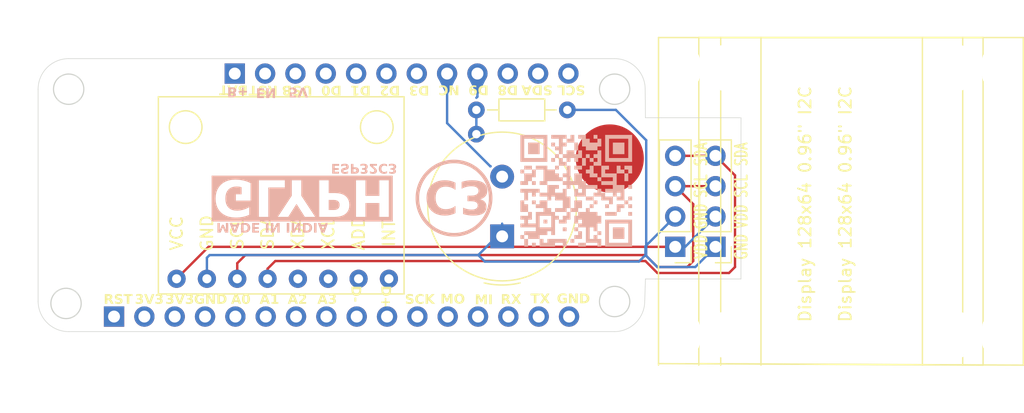
<source format=kicad_pcb>
(kicad_pcb (version 20241229) (generator "pcbnew") (generator_version "9.0")
  (layers (0 "F.Cu" signal) (2 "B.Cu" signal) (13 "F.Paste" user) (15 "B.Paste" user) (5 "F.SilkS" user "F.Silkscreen") (7 "B.SilkS" user "B.Silkscreen") (1 "F.Mask" user) (3 "B.Mask" user) (25 "Edge.Cuts" user))
  (net 0 "")
  (net 11 "unconnected-(J2-Pin_8-Pad8)")
  (net 18 "unconnected-(J2-Pin_9-Pad9)")
  (footprint "Connector_PinSocket_2.54mm:PinSocket_1x16_P2.54mm_Vertical" (layer "F.Cu") (at 150 102.65 90)
    (property "Reference" "J4" (hide yes))
    (property "Value" "Conn_01x16")
    (pad "1" thru_hole rect (at 0 0 90) (size 1.7 1.7) (drill 1) (layers "*.Cu" "*.Mask"))
    (pad "2" thru_hole oval (at 0 2.54 90) (size 1.7 1.7) (drill 1) (layers "*.Cu" "*.Mask"))
    (pad "3" thru_hole oval (at 0 5.08 90) (size 1.7 1.7) (drill 1) (layers "*.Cu" "*.Mask"))
    (pad "4" thru_hole oval (at 0 7.62 90) (size 1.7 1.7) (drill 1) (layers "*.Cu" "*.Mask"))
    (pad "5" thru_hole oval (at 0 10.16 90) (size 1.7 1.7) (drill 1) (layers "*.Cu" "*.Mask"))
    (pad "6" thru_hole oval (at 0 12.7 90) (size 1.7 1.7) (drill 1) (layers "*.Cu" "*.Mask"))
    (pad "7" thru_hole oval (at 0 15.24 90) (size 1.7 1.7) (drill 1) (layers "*.Cu" "*.Mask"))
    (pad "8" thru_hole oval (at 0 17.78 90) (size 1.7 1.7) (drill 1) (layers "*.Cu" "*.Mask"))
    (pad "9" thru_hole oval (at 0 20.32 90) (size 1.7 1.7) (drill 1) (layers "*.Cu" "*.Mask"))
    (pad "10" thru_hole oval (at 0 22.86 90) (size 1.7 1.7) (drill 1) (layers "*.Cu" "*.Mask"))
    (pad "11" thru_hole oval (at 0 25.4 90) (size 1.7 1.7) (drill 1) (layers "*.Cu" "*.Mask"))
    (pad "12" thru_hole oval (at 0 27.94 90) (size 1.7 1.7) (drill 1) (layers "*.Cu" "*.Mask"))
    (pad "13" thru_hole oval (at 0 30.48 90) (size 1.7 1.7) (drill 1) (layers "*.Cu" "*.Mask"))
    (pad "14" thru_hole oval (at 0 33.02 90) (size 1.7 1.7) (drill 1) (layers "*.Cu" "*.Mask"))
    (pad "15" thru_hole oval (at 0 35.56 90) (size 1.7 1.7) (drill 1) (layers "*.Cu" "*.Mask"))
    (pad "16" thru_hole oval (at 0 38.1 90) (size 1.7 1.7) (drill 1) (layers "*.Cu" "*.Mask"))
  )
  (footprint "TG9541:Display_128x64_096_I2C" (layer "F.Cu") (at 200.365 93 90)
    (property "Reference" "Display 128x64 0.96\" I2C" (at -0.2286 10.8712 90) (layer "F.SilkS"))
    (property "Value" "Display_128x64")
    (fp_line (start -13.716 -1.397) (end 13.716 -1.397) (stroke (width 0.12)) (layer "F.SilkS"))
    (fp_line (start -2.54 -1.33) (end 5.14 -1.33) (stroke (width 0.12)) (layer "F.SilkS"))
    (fp_line (start 5.14 1.33) (end 5.14 -1.33) (stroke (width 0.12)) (layer "F.SilkS"))
    (fp_line (start -2.54 1.33) (end -2.54 -1.33) (stroke (width 0.12)) (layer "F.SilkS"))
    (fp_line (start -2.54 1.33) (end 5.14 1.33) (stroke (width 0.12)) (layer "F.SilkS"))
    (fp_line (start -3.81 1.33) (end -5.14 1.33) (stroke (width 0.12)) (layer "F.SilkS"))
    (fp_line (start -5.14 1.33) (end -5.14 0) (stroke (width 0.12)) (layer "F.SilkS"))
    (fp_line (start -13.716 3.81) (end 13.716 3.81) (stroke (width 0.12)) (layer "F.SilkS"))
    (fp_line (start -13.716 20.701) (end 13.716 20.701) (stroke (width 0.12)) (layer "F.SilkS"))
    (fp_line (start 13.716 25.781) (end 13.716 -1.397) (stroke (width 0.12)) (layer "F.SilkS"))
    (fp_line (start 13.716 25.781) (end -13.716 25.781) (stroke (width 0.12)) (layer "F.SilkS"))
    (fp_line (start -13.716 25.781) (end -13.589 -1.397) (stroke (width 0.12)) (layer "F.SilkS"))
    (fp_text user "VDD" (at -1.27 2.159 90) (layer "F.SilkS") (effects (font (size 1 0.7))))
    (fp_text user "SCL" (at 1.27 2.159 90) (layer "F.SilkS") (effects (font (size 1 0.7))))
    (fp_text user "SDA" (at 3.937 2.159 90) (layer "F.SilkS") (effects (font (size 1 0.7))))
    (fp_text user "GND" (at -3.81 2.159 90) (layer "F.SilkS") (effects (font (size 1 0.7))))
    (pad "" np_thru_hole oval (at -11.176 0.635 90) (size 3.8 2.9) (drill oval 3.8 2.9) (layers "*.Cu" "*.Mask"))
    (pad "" np_thru_hole oval (at -11.176 23.749 90) (size 3.8 2.9) (drill oval 3.8 2.9) (layers "*.Cu" "*.Mask"))
    (pad "" np_thru_hole oval (at 11.176 0.635 90) (size 3.8 2.9) (drill oval 3.8 2.9) (layers "*.Cu" "*.Mask"))
    (pad "" np_thru_hole oval (at 11.176 23.749 90) (size 3.8 2.9) (drill oval 3.8 2.9) (layers "*.Cu" "*.Mask"))
    (pad "1" thru_hole rect (at -3.81 0 180) (size 1.7 1.7) (drill 1) (layers "*.Cu" "*.Mask"))
    (pad "2" thru_hole oval (at -1.27 0 180) (size 1.7 1.7) (drill 1) (layers "*.Cu" "*.Mask"))
    (pad "3" thru_hole oval (at 1.27 0 180) (size 1.7 1.7) (drill 1) (layers "*.Cu" "*.Mask"))
    (pad "4" thru_hole oval (at 3.81 0 180) (size 1.7 1.7) (drill 1) (layers "*.Cu" "*.Mask"))
  )
  (footprint "Buzzer_Beeper:Buzzer_TDK_PS1240P02BT_D12.2mm_H6.5mm" (layer "F.Cu") (at 182.5 95.932 90)
    (property "Reference" "REF**" (hide yes))
    (property "Value" "Buzzer_TDK_PS1240P02BT_D12.2mm_H6.5mm")
    (fp_arc (start -3.9 1.499999) (mid -4.073431 0) (end -3.9 -1.5) (stroke (width 0.12)) (layer "F.SilkS"))
    (fp_circle (center 2.5 0) (end 8.73 0) (stroke (width 0.12)) (fill no) (layer "F.SilkS"))
    (pad "1" thru_hole rect (at 0 0 90) (size 2 2) (drill 1) (layers "*.Cu" "*.Mask"))
    (pad "2" thru_hole circle (at 5 0 90) (size 2 2) (drill 1) (layers "*.Cu" "*.Mask"))
  )
  (footprint "usini_sensors:module_mpu6050" (layer "F.Cu") (at 173.017 99.484993 90)
    (property "Reference" "REF**" (hide yes))
    (property "Value" "module_mpu6050" (hide yes))
    (fp_line (start 15.24 -19.304) (end 15.24 1.27) (stroke (width 0.12)) (layer "F.SilkS"))
    (fp_line (start -1.27 -19.304) (end 15.24 -19.304) (stroke (width 0.12)) (layer "F.SilkS"))
    (fp_line (start 15.24 1.27) (end -1.27 1.27) (stroke (width 0.12)) (layer "F.SilkS"))
    (fp_line (start -1.27 1.27) (end -1.27 -19.304) (stroke (width 0.12)) (layer "F.SilkS"))
    (fp_circle (center 12.7 -17.018) (end 13.208 -15.748) (stroke (width 0.12)) (fill no) (layer "F.SilkS"))
    (fp_circle (center 12.7 -1.016) (end 13.208 0.254) (stroke (width 0.12)) (fill no) (layer "F.SilkS"))
    (fp_text user "INT" (at 3.81 0 90) (layer "F.SilkS"))
    (fp_text user "SDA" (at 3.81 -10.16 90) (layer "F.SilkS"))
    (fp_text user "GND" (at 3.81 -15.24 90) (layer "F.SilkS"))
    (fp_text user "XDA" (at 3.81 -7.62 90) (layer "F.SilkS"))
    (fp_text user "XCL" (at 3.81 -5.08 90) (layer "F.SilkS"))
    (fp_text user "ADD" (at 3.81 -2.54 90) (layer "F.SilkS"))
    (fp_text user "VCC" (at 3.81 -17.78 90) (layer "F.SilkS"))
    (fp_text user "SCL" (at 3.81 -12.7 90) (layer "F.SilkS"))
    (pad "1" thru_hole circle (at 0 -17.78 90) (size 1.524 1.524) (drill 0.762) (layers "*.Cu" "*.Mask"))
    (pad "2" thru_hole circle (at 0 -15.24 90) (size 1.524 1.524) (drill 0.762) (layers "*.Cu" "*.Mask"))
    (pad "3" thru_hole circle (at 0 -12.7 90) (size 1.524 1.524) (drill 0.762) (layers "*.Cu" "*.Mask"))
    (pad "4" thru_hole circle (at 0 -10.16 90) (size 1.524 1.524) (drill 0.762) (layers "*.Cu" "*.Mask"))
    (pad "5" thru_hole circle (at 0 -7.62 90) (size 1.524 1.524) (drill 0.762) (layers "*.Cu" "*.Mask"))
    (pad "6" thru_hole circle (at 0 -5.08 90) (size 1.524 1.524) (drill 0.762) (layers "*.Cu" "*.Mask"))
    (pad "7" thru_hole circle (at 0 -2.54 90) (size 1.524 1.524) (drill 0.762) (layers "*.Cu" "*.Mask"))
    (pad "8" thru_hole circle (at 0 0 90) (size 1.524 1.524) (drill 0.762) (layers "*.Cu" "*.Mask"))
  )
  (footprint "TG9541:Display_128x64_096_I2C" (layer "F.Cu") (at 196.992 93 90)
    (property "Reference" "Display 128x64 0.96\" I2C" (at -0.2286 10.8712 90) (layer "F.SilkS"))
    (property "Value" "Display_128x64")
    (fp_line (start -13.716 -1.397) (end 13.716 -1.397) (stroke (width 0.12)) (layer "F.SilkS"))
    (fp_line (start -2.54 -1.33) (end 5.14 -1.33) (stroke (width 0.12)) (layer "F.SilkS"))
    (fp_line (start 5.14 1.33) (end 5.14 -1.33) (stroke (width 0.12)) (layer "F.SilkS"))
    (fp_line (start -2.54 1.33) (end -2.54 -1.33) (stroke (width 0.12)) (layer "F.SilkS"))
    (fp_line (start -2.54 1.33) (end 5.14 1.33) (stroke (width 0.12)) (layer "F.SilkS"))
    (fp_line (start -3.81 1.33) (end -5.14 1.33) (stroke (width 0.12)) (layer "F.SilkS"))
    (fp_line (start -5.14 1.33) (end -5.14 0) (stroke (width 0.12)) (layer "F.SilkS"))
    (fp_line (start -13.716 3.81) (end 13.716 3.81) (stroke (width 0.12)) (layer "F.SilkS"))
    (fp_line (start -13.716 20.701) (end 13.716 20.701) (stroke (width 0.12)) (layer "F.SilkS"))
    (fp_line (start 13.716 25.781) (end 13.716 -1.397) (stroke (width 0.12)) (layer "F.SilkS"))
    (fp_line (start 13.716 25.781) (end -13.716 25.781) (stroke (width 0.12)) (layer "F.SilkS"))
    (fp_line (start -13.716 25.781) (end -13.589 -1.397) (stroke (width 0.12)) (layer "F.SilkS"))
    (fp_text user "GND" (at -1.27 2.159 90) (layer "F.SilkS") (effects (font (size 1 0.7))))
    (fp_text user "VDD" (at -3.81 2.159 90) (layer "F.SilkS") (effects (font (size 1 0.7))))
    (fp_text user "SCL" (at 1.27 2.159 90) (layer "F.SilkS") (effects (font (size 1 0.7))))
    (fp_text user "SDA" (at 3.937 2.159 90) (layer "F.SilkS") (effects (font (size 1 0.7))))
    (pad "" np_thru_hole oval (at -11.176 0.635 90) (size 3.8 2.9) (drill oval 3.8 2.9) (layers "*.Cu" "*.Mask"))
    (pad "" np_thru_hole oval (at -11.176 23.749 90) (size 3.8 2.9) (drill oval 3.8 2.9) (layers "*.Cu" "*.Mask"))
    (pad "" np_thru_hole oval (at 11.176 0.635 90) (size 3.8 2.9) (drill oval 3.8 2.9) (layers "*.Cu" "*.Mask"))
    (pad "" np_thru_hole oval (at 11.176 23.749 90) (size 3.8 2.9) (drill oval 3.8 2.9) (layers "*.Cu" "*.Mask"))
    (pad "1" thru_hole rect (at -3.81 0 180) (size 1.7 1.7) (drill 1) (layers "*.Cu" "*.Mask"))
    (pad "2" thru_hole oval (at -1.27 0 180) (size 1.7 1.7) (drill 1) (layers "*.Cu" "*.Mask"))
    (pad "3" thru_hole oval (at 1.27 0 180) (size 1.7 1.7) (drill 1) (layers "*.Cu" "*.Mask"))
    (pad "4" thru_hole oval (at 3.81 0 180) (size 1.7 1.7) (drill 1) (layers "*.Cu" "*.Mask"))
  )
  (footprint "" (layer "F.Cu") (at 191.516 89.408)
    (property "Reference" "" (at 0 0 0) (layer "F.SilkS") (effects (font (size 1.27 1.27))))
    (property "Value" "")
    (pad "3" smd circle (at 0 0) (size 5.7 5.7) (layers "F.Cu" "F.Mask" "F.Paste"))
  )
  (footprint "Resistor_THT:R_Axial_DIN0204_L3.6mm_D1.6mm_P7.62mm_Horizontal" (layer "F.Cu") (at 187.96 85.344 180)
    (property "Reference" "REF**" (hide yes))
    (property "Value" "R_Axial_DIN0204_L3.6mm_D1.6mm_P7.62mm_Horizontal")
    (fp_line (start 6.68 0) (end 5.73 0) (stroke (width 0.12)) (layer "F.SilkS"))
    (fp_line (start 0.94 0) (end 1.89 0) (stroke (width 0.12)) (layer "F.SilkS"))
    (fp_rect (start 1.89 -0.92) (end 5.73 0.92) (stroke (width 0.12)) (fill no) (layer "F.SilkS"))
    (pad "1" thru_hole circle (at 0 0 180) (size 1.4 1.4) (drill 0.7) (layers "*.Cu" "*.Mask"))
    (pad "2" thru_hole circle (at 7.62 0 180) (size 1.4 1.4) (drill 0.7) (layers "*.Cu" "*.Mask"))
  )
  (footprint "" (layer "F.Cu") (at 180.34 87.376)
    (property "Reference" "" (at 0 0 0) (layer "F.SilkS") (effects (font (size 1.27 1.27))))
    (property "Value" "")
    (pad "2" thru_hole circle (at 0 0 180) (size 1.4 1.4) (drill 0.7) (layers "*.Cu" "*.Mask"))
  )
  (footprint "LOGO" (layer "B.Cu") (at 188.71 92.11 180)
    (property "Reference" "G***" (hide yes))
    (property "Value" "LOGO" (hide yes))
    (fp_poly (pts (xy 4.037799 3.544072) (xy 4.037799 3.060123) (xy 3.55385 3.060123) (xy 3.0699 3.060123) (xy 3.0699 3.544072) (xy 3.0699 4.028021) (xy 3.55385 4.028021) (xy 4.037799 4.028021)) (fill yes) (layer "B.SilkS"))
    (fp_poly (pts (xy 3.715166 -0.972787) (xy 3.715166 -1.134104) (xy 3.55385 -1.134104) (xy 3.392533 -1.134104) (xy 3.392533 -0.972787) (xy 3.392533 -0.811471) (xy 3.55385 -0.811471) (xy 3.715166 -0.811471)) (fill yes) (layer "B.SilkS"))
    (fp_poly (pts (xy 3.715166 -4.521748) (xy 3.715166 -4.683064) (xy 3.55385 -4.683064) (xy 3.392533 -4.683064) (xy 3.392533 -4.521748) (xy 3.392533 -4.360432) (xy 3.55385 -4.360432) (xy 3.715166 -4.360432)) (fill yes) (layer "B.SilkS"))
    (fp_poly (pts (xy 2.747268 -2.585951) (xy 2.747268 -2.747268) (xy 2.585951 -2.747268) (xy 2.424635 -2.747268) (xy 2.424635 -2.585951) (xy 2.424635 -2.424635) (xy 2.585951 -2.424635) (xy 2.747268 -2.424635)) (fill yes) (layer "B.SilkS"))
    (fp_poly (pts (xy 2.102002 2.576174) (xy 2.102002 2.414857) (xy 1.940686 2.414857) (xy 1.779369 2.414857) (xy 1.779369 2.576174) (xy 1.779369 2.73749) (xy 1.940686 2.73749) (xy 2.102002 2.73749)) (fill yes) (layer "B.SilkS"))
    (fp_poly (pts (xy 1.134104 -3.231217) (xy 1.134104 -3.392533) (xy 0.972787 -3.392533) (xy 0.811471 -3.392533) (xy 0.811471 -3.231217) (xy 0.811471 -3.0699) (xy 0.972787 -3.0699) (xy 1.134104 -3.0699)) (fill yes) (layer "B.SilkS"))
    (fp_poly (pts (xy 0.488838 -4.199115) (xy 0.488838 -4.360432) (xy 0.327522 -4.360432) (xy 0.166205 -4.360432) (xy 0.166205 -4.199115) (xy 0.166205 -4.037799) (xy 0.327522 -4.037799) (xy 0.488838 -4.037799)) (fill yes) (layer "B.SilkS"))
    (fp_poly (pts (xy 0.166205 1.930908) (xy 0.166205 1.769592) (xy -0.156428 1.769592) (xy -0.47906 1.769592) (xy -0.47906 1.930908) (xy -0.47906 2.092224) (xy -0.156428 2.092224) (xy 0.166205 2.092224)) (fill yes) (layer "B.SilkS"))
    (fp_poly (pts (xy -0.156428 -4.521748) (xy -0.156428 -4.683064) (xy -0.47906 -4.683064) (xy -0.801693 -4.683064) (xy -0.801693 -4.521748) (xy -0.801693 -4.360432) (xy -0.47906 -4.360432) (xy -0.156428 -4.360432)) (fill yes) (layer "B.SilkS"))
    (fp_poly (pts (xy -1.124326 -1.29542) (xy -1.124326 -1.456736) (xy -1.285642 -1.456736) (xy -1.446959 -1.456736) (xy -1.446959 -1.29542) (xy -1.446959 -1.134104) (xy -1.285642 -1.134104) (xy -1.124326 -1.134104)) (fill yes) (layer "B.SilkS"))
    (fp_poly (pts (xy -2.414857 -1.29542) (xy -2.414857 -1.456736) (xy -2.576174 -1.456736) (xy -2.73749 -1.456736) (xy -2.73749 -1.29542) (xy -2.73749 -1.134104) (xy -2.576174 -1.134104) (xy -2.414857 -1.134104)) (fill yes) (layer "B.SilkS"))
    (fp_poly (pts (xy -2.414857 -1.940686) (xy -2.414857 -2.102002) (xy -2.898806 -2.102002) (xy -3.382756 -2.102002) (xy -3.382756 -1.940686) (xy -3.382756 -1.779369) (xy -2.898806 -1.779369) (xy -2.414857 -1.779369)) (fill yes) (layer "B.SilkS"))
    (fp_poly (pts (xy -3.060123 3.544072) (xy -3.060123 3.060123) (xy -3.544072 3.060123) (xy -4.028021 3.060123) (xy -4.028021 3.544072) (xy -4.028021 4.028021) (xy -3.544072 4.028021) (xy -3.060123 4.028021)) (fill yes) (layer "B.SilkS"))
    (fp_poly (pts (xy -3.060123 -3.55385) (xy -3.060123 -4.037799) (xy -3.544072 -4.037799) (xy -4.028021 -4.037799) (xy -4.028021 -3.55385) (xy -4.028021 -3.0699) (xy -3.544072 -3.0699) (xy -3.060123 -3.0699)) (fill yes) (layer "B.SilkS"))
    (fp_poly (pts (xy -4.350654 0.317744) (xy -4.350654 0.156428) (xy -4.51197 0.156428) (xy -4.673287 0.156428) (xy -4.673287 0.317744) (xy -4.673287 0.47906) (xy -4.51197 0.47906) (xy -4.350654 0.47906)) (fill yes) (layer "B.SilkS"))
    (fp_poly (pts (xy -4.350654 -1.940686) (xy -4.350654 -2.102002) (xy -4.51197 -2.102002) (xy -4.673287 -2.102002) (xy -4.673287 -1.940686) (xy -4.673287 -1.779369) (xy -4.51197 -1.779369) (xy -4.350654 -1.779369)) (fill yes) (layer "B.SilkS"))
    (fp_poly (pts (xy -3.382756 -1.456736) (xy -3.382756 -1.779369) (xy -3.544072 -1.779369) (xy -3.705388 -1.779369) (xy -3.705388 -1.618053) (xy -3.705388 -1.456736) (xy -3.866705 -1.456736) (xy -4.028021 -1.456736) (xy -4.028021 -1.29542) (xy -4.028021 -1.134104) (xy -3.705388 -1.134104) (xy -3.382756 -1.134104)) (fill yes) (layer "B.SilkS"))
    (fp_poly (pts (xy -0.801693 -0.650154) (xy -0.801693 -0.811471) (xy -1.124326 -0.811471) (xy -1.446959 -0.811471) (xy -1.446959 -0.972787) (xy -1.446959 -1.134104) (xy -1.608275 -1.134104) (xy -1.769592 -1.134104) (xy -1.769592 -0.972787) (xy -1.769592 -0.811471) (xy -1.608275 -0.811471) (xy -1.446959 -0.811471) (xy -1.446959 -0.650154) (xy -1.446959 -0.488838) (xy -1.124326 -0.488838) (xy -0.801693 -0.488838)) (fill yes) (layer "B.SilkS"))
    (fp_poly (pts (xy 4.683064 3.544072) (xy 4.683064 2.414857) (xy 3.55385 2.414857) (xy 2.424635 2.414857) (xy 2.424635 3.544072) (xy 2.747268 3.544072) (xy 2.747268 2.73749) (xy 3.55385 2.73749) (xy 4.360432 2.73749) (xy 4.360432 3.544072) (xy 4.360432 4.350654) (xy 3.55385 4.350654) (xy 2.747268 4.350654) (xy 2.747268 3.544072) (xy 2.424635 3.544072) (xy 2.424635 4.673287) (xy 3.55385 4.673287) (xy 4.683064 4.673287)) (fill yes) (layer "B.SilkS"))
    (fp_poly (pts (xy -2.414857 3.544072) (xy -2.414857 2.414857) (xy -3.544072 2.414857) (xy -4.673287 2.414857) (xy -4.673287 3.544072) (xy -4.350654 3.544072) (xy -4.350654 2.73749) (xy -3.544072 2.73749) (xy -2.73749 2.73749) (xy -2.73749 3.544072) (xy -2.73749 4.350654) (xy -3.544072 4.350654) (xy -4.350654 4.350654) (xy -4.350654 3.544072) (xy -4.673287 3.544072) (xy -4.673287 4.673287) (xy -3.544072 4.673287) (xy -2.414857 4.673287)) (fill yes) (layer "B.SilkS"))
    (fp_poly (pts (xy -2.414857 -3.55385) (xy -2.414857 -4.683064) (xy -3.544072 -4.683064) (xy -4.673287 -4.683064) (xy -4.673287 -3.55385) (xy -4.350654 -3.55385) (xy -4.350654 -4.360432) (xy -3.544072 -4.360432) (xy -2.73749 -4.360432) (xy -2.73749 -3.55385) (xy -2.73749 -2.747268) (xy -3.544072 -2.747268) (xy -4.350654 -2.747268) (xy -4.350654 -3.55385) (xy -4.673287 -3.55385) (xy -4.673287 -2.424635) (xy -3.544072 -2.424635) (xy -2.414857 -2.424635)) (fill yes) (layer "B.SilkS"))
    (fp_poly (pts (xy 1.779369 2.898806) (xy 1.779369 2.73749) (xy 1.618053 2.73749) (xy 1.456736 2.73749) (xy 1.456736 2.414857) (xy 1.456736 2.092224) (xy 1.134104 2.092224) (xy 0.811471 2.092224) (xy 0.811471 2.253541) (xy 0.811471 2.414857) (xy 0.972787 2.414857) (xy 1.134104 2.414857) (xy 1.134104 2.576174) (xy 1.134104 2.73749) (xy 1.29542 2.73749) (xy 1.456736 2.73749) (xy 1.456736 2.898806) (xy 1.456736 3.060123) (xy 1.618053 3.060123) (xy 1.779369 3.060123)) (fill yes) (layer "B.SilkS"))
    (fp_poly (pts (xy 0.166205 -3.231217) (xy 0.166205 -3.392533) (xy 0.004889 -3.392533) (xy -0.156428 -3.392533) (xy -0.156428 -3.55385) (xy -0.156428 -3.715166) (xy 0.004889 -3.715166) (xy 0.166205 -3.715166) (xy 0.166205 -3.876482) (xy 0.166205 -4.037799) (xy -0.156428 -4.037799) (xy -0.47906 -4.037799) (xy -0.47906 -3.715166) (xy -0.47906 -3.392533) (xy -0.317744 -3.392533) (xy -0.156428 -3.392533) (xy -0.156428 -3.231217) (xy -0.156428 -3.0699) (xy 0.004889 -3.0699) (xy 0.166205 -3.0699)) (fill yes) (layer "B.SilkS"))
    (fp_poly (pts (xy -1.124326 1.930908) (xy -1.124326 1.769592) (xy -0.96301 1.769592) (xy -0.801693 1.769592) (xy -0.801693 1.608275) (xy -0.801693 1.446959) (xy -0.96301 1.446959) (xy -1.124326 1.446959) (xy -1.124326 1.285642) (xy -1.124326 1.124326) (xy -1.446959 1.124326) (xy -1.769592 1.124326) (xy -1.769592 0.96301) (xy -1.769592 0.801693) (xy -1.930908 0.801693) (xy -2.092224 0.801693) (xy -2.092224 0.96301) (xy -2.092224 1.124326) (xy -1.930908 1.124326) (xy -1.769592 1.124326) (xy -1.769592 1.285642) (xy -1.769592 1.446959) (xy -1.608275 1.446959) (xy -1.446959 1.446959) (xy -1.446959 1.769592) (xy -1.446959 2.092224) (xy -1.285642 2.092224) (xy -1.124326 2.092224)) (fill yes) (layer "B.SilkS"))
    (fp_poly (pts (xy 0.811471 1.769592) (xy 0.811471 1.446959) (xy 0.972787 1.446959) (xy 1.134104 1.446959) (xy 1.134104 1.285642) (xy 1.134104 1.124326) (xy 0.972787 1.124326) (xy 0.811471 1.124326) (xy 0.811471 0.96301) (xy 0.811471 0.801693) (xy 0.972787 0.801693) (xy 1.134104 0.801693) (xy 1.134104 0.640377) (xy 1.134104 0.47906) (xy 0.972787 0.47906) (xy 0.811471 0.47906) (xy 0.811471 0.317744) (xy 0.811471 0.156428) (xy 0.650154 0.156428) (xy 0.488838 0.156428) (xy 0.488838 0.317744) (xy 0.488838 0.47906) (xy 0.166205 0.47906) (xy -0.156428 0.47906) (xy -0.156428 0.317744) (xy -0.156428 0.156428) (xy -0.317744 0.156428) (xy -0.47906 0.156428) (xy -0.47906 -0.004889) (xy -0.47906 -0.166205) (xy -0.317744 -0.166205) (xy -0.156428 -0.166205) (xy -0.156428 -0.004889) (xy -0.156428 0.156428) (xy 0.004889 0.156428) (xy 0.166205 0.156428) (xy 0.166205 -0.166205) (xy 0.166205 -0.488838) (xy -0.317744 -0.488838) (xy -0.801693 -0.488838) (xy -0.801693 -0.166205) (xy -0.801693 0.156428) (xy -1.285642 0.156428) (xy -1.769592 0.156428) (xy -1.769592 0.317744) (xy -1.769592 0.47906) (xy -1.285642 0.47906) (xy -0.801693 0.47906) (xy -0.801693 0.640377) (xy -0.801693 0.801693) (xy -0.640377 0.801693) (xy -0.47906 0.801693) (xy -0.47906 1.124326) (xy -0.47906 1.446959) (xy -0.156428 1.446959) (xy 0.166205 1.446959) (xy 0.166205 1.124326) (xy 0.166205 0.801693) (xy 0.327522 0.801693) (xy 0.488838 0.801693) (xy 0.488838 1.446959) (xy 0.488838 2.092224) (xy 0.650154 2.092224) (xy 0.811471 2.092224)) (fill yes) (layer "B.SilkS"))
    (fp_poly (pts (xy 3.0699 -0.972787) (xy 3.0699 -1.134104) (xy 3.231217 -1.134104) (xy 3.392533 -1.134104) (xy 3.392533 -1.29542) (xy 3.392533 -1.456736) (xy 3.0699 -1.456736) (xy 2.747268 -1.456736) (xy 2.747268 -1.618053) (xy 2.747268 -1.779369) (xy 3.0699 -1.779369) (xy 3.392533 -1.779369) (xy 3.392533 -2.263318) (xy 3.392533 -2.747268) (xy 3.715166 -2.747268) (xy 4.037799 -2.747268) (xy 4.037799 -2.585951) (xy 4.037799 -2.424635) (xy 3.876482 -2.424635) (xy 3.715166 -2.424635) (xy 3.715166 -2.102002) (xy 3.715166 -1.779369) (xy 3.876482 -1.779369) (xy 4.037799 -1.779369) (xy 4.037799 -1.456736) (xy 4.037799 -1.134104) (xy 4.199115 -1.134104) (xy 4.360432 -1.134104) (xy 4.360432 -0.972787) (xy 4.360432 -0.811471) (xy 4.521748 -0.811471) (xy 4.683064 -0.811471) (xy 4.683064 -1.29542) (xy 4.683064 -1.779369) (xy 4.360432 -1.779369) (xy 4.037799 -1.779369) (xy 4.037799 -1.940686) (xy 4.037799 -2.102002) (xy 4.360432 -2.102002) (xy 4.683064 -2.102002) (xy 4.683064 -2.263318) (xy 4.683064 -2.424635) (xy 4.521748 -2.424635) (xy 4.360432 -2.424635) (xy 4.360432 -2.585951) (xy 4.360432 -2.747268) (xy 4.521748 -2.747268) (xy 4.683064 -2.747268) (xy 4.683064 -2.908584) (xy 4.683064 -3.0699) (xy 4.037799 -3.0699) (xy 3.392533 -3.0699) (xy 3.392533 -3.231217) (xy 3.392533 -3.392533) (xy 3.876482 -3.392533) (xy 4.360432 -3.392533) (xy 4.360432 -3.55385) (xy 4.360432 -3.715166) (xy 4.199115 -3.715166) (xy 4.037799 -3.715166) (xy 4.037799 -3.876482) (xy 4.037799 -4.037799) (xy 4.199115 -4.037799) (xy 4.360432 -4.037799) (xy 4.360432 -3.876482) (xy 4.360432 -3.715166) (xy 4.521748 -3.715166) (xy 4.683064 -3.715166) (xy 4.683064 -3.876482) (xy 4.683064 -4.037799) (xy 4.521748 -4.037799) (xy 4.360432 -4.037799) (xy 4.360432 -4.360432) (xy 4.360432 -4.683064) (xy 4.199115 -4.683064) (xy 4.037799 -4.683064) (xy 4.037799 -4.360432) (xy 4.037799 -4.037799) (xy 3.55385 -4.037799) (xy 3.0699 -4.037799) (xy 3.0699 -4.360432) (xy 3.0699 -4.683064) (xy 2.424635 -4.683064) (xy 1.779369 -4.683064) (xy 1.779369 -4.521748) (xy 1.779369 -4.360432) (xy 1.456736 -4.360432) (xy 1.134104 -4.360432) (xy 1.134104 -4.521748) (xy 1.134104 -4.683064) (xy 0.972787 -4.683064) (xy 0.811471 -4.683064) (xy 0.811471 -4.360432) (xy 0.811471 -4.037799) (xy 1.618053 -4.037799) (xy 2.424635 -4.037799) (xy 2.424635 -4.199115) (xy 2.424635 -4.360432) (xy 2.585951 -4.360432) (xy 2.747268 -4.360432) (xy 2.747268 -4.199115) (xy 2.747268 -4.037799) (xy 2.908584 -4.037799) (xy 3.0699 -4.037799) (xy 3.0699 -3.876482) (xy 3.0699 -3.715166) (xy 2.747268 -3.715166) (xy 2.424635 -3.715166) (xy 2.424635 -3.55385) (xy 2.424635 -3.392533) (xy 2.263318 -3.392533) (xy 2.102002 -3.392533) (xy 2.102002 -3.55385) (xy 2.102002 -3.715166) (xy 1.940686 -3.715166) (xy 1.779369 -3.715166) (xy 1.779369 -3.0699) (xy 1.779369 -2.585951) (xy 2.102002 -2.585951) (xy 2.102002 -3.0699) (xy 2.585951 -3.0699) (xy 3.0699 -3.0699) (xy 3.0699 -2.585951) (xy 3.0699 -2.102002) (xy 2.585951 -2.102002) (xy 2.102002 -2.102002) (xy 2.102002 -2.585951) (xy 1.779369 -2.585951) (xy 1.779369 -2.424635) (xy 1.618053 -2.424635) (xy 1.456736 -2.424635) (xy 1.456736 -2.585951) (xy 1.456736 -2.747268) (xy 1.134104 -2.747268) (xy 0.811471 -2.747268) (xy 0.811471 -2.585951) (xy 0.811471 -2.424635) (xy 0.650154 -2.424635) (xy 0.488838 -2.424635) (xy 0.488838 -2.102002) (xy 0.488838 -1.779369) (xy 0.650154 -1.779369) (xy 0.811471 -1.779369) (xy 0.811471 -1.940686) (xy 0.811471 -2.102002) (xy 0.972787 -2.102002) (xy 1.134104 -2.102002) (xy 1.134104 -2.263318) (xy 1.134104 -2.424635) (xy 1.29542 -2.424635) (xy 1.456736 -2.424635) (xy 1.456736 -2.263318) (xy 1.456736 -2.102002) (xy 1.618053 -2.102002) (xy 1.779369 -2.102002) (xy 1.779369 -1.940686) (xy 1.779369 -1.779369) (xy 1.940686 -1.779369) (xy 2.102002 -1.779369) (xy 2.102002 -1.618053) (xy 2.102002 -1.456736) (xy 2.263318 -1.456736) (xy 2.424635 -1.456736) (xy 2.424635 -1.134104) (xy 2.424635 -0.811471) (xy 2.747268 -0.811471) (xy 3.0699 -0.811471)) (fill yes) (layer "B.SilkS"))
    (fp_poly (pts (xy 1.779369 1.930908) (xy 1.779369 1.769592) (xy 2.102002 1.769592) (xy 2.424635 1.769592) (xy 2.424635 1.930908) (xy 2.424635 2.092224) (xy 2.908584 2.092224) (xy 3.392533 2.092224) (xy 3.392533 1.930908) (xy 3.392533 1.769592) (xy 3.55385 1.769592) (xy 3.715166 1.769592) (xy 3.715166 1.930908) (xy 3.715166 2.092224) (xy 4.037799 2.092224) (xy 4.360432 2.092224) (xy 4.360432 1.930908) (xy 4.360432 1.769592) (xy 4.037799 1.769592) (xy 3.715166 1.769592) (xy 3.715166 1.608275) (xy 3.715166 1.446959) (xy 4.037799 1.446959) (xy 4.360432 1.446959) (xy 4.360432 1.608275) (xy 4.360432 1.769592) (xy 4.521748 1.769592) (xy 4.683064 1.769592) (xy 4.683064 1.608275) (xy 4.683064 1.446959) (xy 4.521748 1.446959) (xy 4.360432 1.446959) (xy 4.360432 1.124326) (xy 4.360432 0.801693) (xy 4.521748 0.801693) (xy 4.683064 0.801693) (xy 4.683064 0.640377) (xy 4.683064 0.47906) (xy 4.360432 0.47906) (xy 4.037799 0.47906) (xy 4.037799 0.640377) (xy 4.037799 0.801693) (xy 3.876482 0.801693) (xy 3.715166 0.801693) (xy 3.715166 0.640377) (xy 3.715166 0.47906) (xy 3.55385 0.47906) (xy 3.392533 0.47906) (xy 3.392533 0.640377) (xy 3.392533 0.801693) (xy 3.55385 0.801693) (xy 3.715166 0.801693) (xy 3.715166 0.96301) (xy 3.715166 1.124326) (xy 3.55385 1.124326) (xy 3.392533 1.124326) (xy 3.392533 1.446959) (xy 3.392533 1.769592) (xy 3.0699 1.769592) (xy 2.747268 1.769592) (xy 2.747268 1.285642) (xy 2.747268 0.801693) (xy 2.908584 0.801693) (xy 3.0699 0.801693) (xy 3.0699 0.640377) (xy 3.0699 0.47906) (xy 2.747268 0.47906) (xy 2.424635 0.47906) (xy 2.424635 0.156428) (xy 2.424635 -0.166205) (xy 2.747268 -0.166205) (xy 3.0699 -0.166205) (xy 3.0699 -0.004889) (xy 3.0699 0.156428) (xy 3.876482 0.156428) (xy 4.683064 0.156428) (xy 4.683064 -0.004889) (xy 4.683064 -0.166205) (xy 4.521748 -0.166205) (xy 4.360432 -0.166205) (xy 4.360432 -0.488838) (xy 4.360432 -0.811471) (xy 4.199115 -0.811471) (xy 4.037799 -0.811471) (xy 4.037799 -0.488838) (xy 4.037799 -0.166205) (xy 3.876482 -0.166205) (xy 3.715166 -0.166205) (xy 3.715166 -0.327522) (xy 3.715166 -0.488838) (xy 3.55385 -0.488838) (xy 3.392533 -0.488838) (xy 3.392533 -0.327522) (xy 3.392533 -0.166205) (xy 3.231217 -0.166205) (xy 3.0699 -0.166205) (xy 3.0699 -0.327522) (xy 3.0699 -0.488838) (xy 2.747268 -0.488838) (xy 2.424635 -0.488838) (xy 2.424635 -0.650154) (xy 2.424635 -0.811471) (xy 2.263318 -0.811471) (xy 2.102002 -0.811471) (xy 2.102002 -0.650154) (xy 2.102002 -0.488838) (xy 1.940686 -0.488838) (xy 1.779369 -0.488838) (xy 1.779369 -0.650154) (xy 1.779369 -0.811471) (xy 1.456736 -0.811471) (xy 1.134104 -0.811471) (xy 1.134104 -1.134104) (xy 1.134104 -1.456736) (xy 1.456736 -1.456736) (xy 1.779369 -1.456736) (xy 1.779369 -1.618053) (xy 1.779369 -1.779369) (xy 1.29542 -1.779369) (xy 0.811471 -1.779369) (xy 0.811471 -1.618053) (xy 0.811471 -1.456736) (xy 0.650154 -1.456736) (xy 0.488838 -1.456736) (xy 0.488838 -1.618053) (xy 0.488838 -1.779369) (xy 0.166205 -1.779369) (xy -0.156428 -1.779369) (xy -0.156428 -1.940686) (xy -0.156428 -2.102002) (xy 0.004889 -2.102002) (xy 0.166205 -2.102002) (xy 0.166205 -2.424635) (xy 0.166205 -2.747268) (xy 0.004889 -2.747268) (xy -0.156428 -2.747268) (xy -0.156428 -2.908584) (xy -0.156428 -3.0699) (xy -0.47906 -3.0699) (xy -0.801693 -3.0699) (xy -0.801693 -3.715166) (xy -0.801693 -4.360432) (xy -1.285642 -4.360432) (xy -1.769592 -4.360432) (xy -1.769592 -4.521748) (xy -1.769592 -4.683064) (xy -1.930908 -4.683064) (xy -2.092224 -4.683064) (xy -2.092224 -4.360432) (xy -2.092224 -4.037799) (xy -1.930908 -4.037799) (xy -1.769592 -4.037799) (xy -1.769592 -3.876482) (xy -1.769592 -3.715166) (xy -1.608275 -3.715166) (xy -1.446959 -3.715166) (xy -1.446959 -3.876482) (xy -1.446959 -4.037799) (xy -1.285642 -4.037799) (xy -1.124326 -4.037799) (xy -1.124326 -3.55385) (xy -1.124326 -3.0699) (xy -1.285642 -3.0699) (xy -1.446959 -3.0699) (xy -1.446959 -3.231217) (xy -1.446959 -3.392533) (xy -1.608275 -3.392533) (xy -1.769592 -3.392533) (xy -1.769592 -3.55385) (xy -1.769592 -3.715166) (xy -1.930908 -3.715166) (xy -2.092224 -3.715166) (xy -2.092224 -3.55385) (xy -2.092224 -3.392533) (xy -1.930908 -3.392533) (xy -1.769592 -3.392533) (xy -1.769592 -3.0699) (xy -1.769592 -2.747268) (xy -1.930908 -2.747268) (xy -2.092224 -2.747268) (xy -2.092224 -2.585951) (xy -0.47906 -2.585951) (xy -0.47906 -2.747268) (xy -0.317744 -2.747268) (xy -0.156428 -2.747268) (xy -0.156428 -2.585951) (xy -0.156428 -2.424635) (xy -0.317744 -2.424635) (xy -0.47906 -2.424635) (xy -0.47906 -2.585951) (xy -2.092224 -2.585951) (xy -2.092224 -2.424635) (xy -2.092224 -2.102002) (xy -1.930908 -2.102002) (xy -1.769592 -2.102002) (xy -1.769592 -1.940686) (xy -1.769592 -1.779369) (xy -1.446959 -1.779369) (xy -1.124326 -1.779369) (xy -1.124326 -1.618053) (xy -1.124326 -1.456736) (xy -0.96301 -1.456736) (xy -0.801693 -1.456736) (xy -0.801693 -1.618053) (xy -0.801693 -1.779369) (xy -0.47906 -1.779369) (xy -0.156428 -1.779369) (xy -0.156428 -1.618053) (xy -0.156428 -1.456736) (xy -0.317744 -1.456736) (xy -0.47906 -1.456736) (xy -0.47906 -1.134104) (xy -0.47906 -0.811471) (xy -0.156428 -0.811471) (xy 0.166205 -0.811471) (xy 0.166205 -1.134104) (xy 0.166205 -1.456736) (xy 0.327522 -1.456736) (xy 0.488838 -1.456736) (xy 0.488838 -0.972787) (xy 0.488838 -0.488838) (xy 0.650154 -0.488838) (xy 0.811471 -0.488838) (xy 0.811471 -0.166205) (xy 0.811471 0.156428) (xy 0.972787 0.156428) (xy 1.134104 0.156428) (xy 1.134104 -0.004889) (xy 1.134104 -0.166205) (xy 1.456736 -0.166205) (xy 1.779369 -0.166205) (xy 1.779369 -0.004889) (xy 1.779369 0.156428) (xy 1.618053 0.156428) (xy 1.456736 0.156428) (xy 1.456736 0.317744) (xy 1.456736 0.47906) (xy 1.940686 0.47906) (xy 2.424635 0.47906) (xy 2.424635 0.640377) (xy 2.424635 0.801693) (xy 1.779369 0.801693) (xy 1.134104 0.801693) (xy 1.134104 0.96301) (xy 1.134104 1.124326) (xy 1.29542 1.124326) (xy 1.456736 1.124326) (xy 1.456736 1.285642) (xy 1.456736 1.446959) (xy 1.618053 1.446959) (xy 1.779369 1.446959) (xy 1.779369 1.608275) (xy 1.779369 1.769592) (xy 1.618053 1.769592) (xy 1.456736 1.769592) (xy 1.456736 1.930908) (xy 1.456736 2.092224) (xy 1.618053 2.092224) (xy 1.779369 2.092224)) (fill yes) (layer "B.SilkS"))
    (fp_poly (pts (xy -1.446959 4.51197) (xy -1.446959 4.350654) (xy -1.608275 4.350654) (xy -1.769592 4.350654) (xy -1.769592 4.189338) (xy -1.769592 4.028021) (xy -1.446959 4.028021) (xy -1.124326 4.028021) (xy -1.124326 4.189338) (xy -1.124326 4.350654) (xy -0.96301 4.350654) (xy -0.801693 4.350654) (xy -0.801693 4.51197) (xy -0.801693 4.673287) (xy -0.47906 4.673287) (xy -0.156428 4.673287) (xy -0.156428 4.51197) (xy -0.156428 4.350654) (xy -0.317744 4.350654) (xy -0.47906 4.350654) (xy -0.47906 4.028021) (xy -0.47906 3.705388) (xy -0.640377 3.705388) (xy -0.801693 3.705388) (xy -0.801693 3.544072) (xy -0.801693 3.382756) (xy -1.285642 3.382756) (xy -1.769592 3.382756) (xy -1.769592 3.221439) (xy -1.769592 3.060123) (xy -1.608275 3.060123) (xy -1.446959 3.060123) (xy -1.446959 2.898806) (xy -1.446959 2.73749) (xy -1.285642 2.73749) (xy -1.124326 2.73749) (xy -1.124326 2.898806) (xy -1.124326 3.060123) (xy -0.96301 3.060123) (xy -0.801693 3.060123) (xy -0.801693 2.898806) (xy -0.801693 2.73749) (xy -0.640377 2.73749) (xy -0.47906 2.73749) (xy -0.47906 3.060123) (xy -0.47906 3.382756) (xy -0.317744 3.382756) (xy -0.156428 3.382756) (xy -0.156428 3.221439) (xy -0.156428 3.060123) (xy 0.004889 3.060123) (xy 0.166205 3.060123) (xy 0.166205 3.221439) (xy 0.166205 3.382756) (xy 0.488838 3.382756) (xy 0.811471 3.382756) (xy 0.811471 3.221439) (xy 0.811471 3.060123) (xy 0.972787 3.060123) (xy 1.134104 3.060123) (xy 1.134104 3.382756) (xy 1.134104 3.705388) (xy 0.972787 3.705388) (xy 0.811471 3.705388) (xy 0.811471 3.866705) (xy 0.811471 4.028021) (xy 0.972787 4.028021) (xy 1.134104 4.028021) (xy 1.134104 4.189338) (xy 1.134104 4.350654) (xy 0.972787 4.350654) (xy 0.811471 4.350654) (xy 0.811471 4.189338) (xy 0.811471 4.028021) (xy 0.488838 4.028021) (xy 0.166205 4.028021) (xy 0.166205 3.705388) (xy 0.166205 3.382756) (xy 0.004889 3.382756) (xy -0.156428 3.382756) (xy -0.156428 3.705388) (xy -0.156428 4.028021) (xy 0.004889 4.028021) (xy 0.166205 4.028021) (xy 0.166205 4.350654) (xy 0.166205 4.673287) (xy 0.327522 4.673287) (xy 0.488838 4.673287) (xy 0.488838 4.51197) (xy 0.488838 4.350654) (xy 0.650154 4.350654) (xy 0.811471 4.350654) (xy 0.811471 4.51197) (xy 0.811471 4.673287) (xy 1.456736 4.673287) (xy 2.102002 4.673287) (xy 2.102002 4.51197) (xy 2.102002 4.350654) (xy 1.779369 4.350654) (xy 1.456736 4.350654) (xy 1.456736 4.028021) (xy 1.456736 3.705388) (xy 1.618053 3.705388) (xy 1.779369 3.705388) (xy 1.779369 3.866705) (xy 1.779369 4.028021) (xy 1.940686 4.028021) (xy 2.102002 4.028021) (xy 2.102002 3.866705) (xy 2.102002 3.705388) (xy 1.940686 3.705388) (xy 1.779369 3.705388) (xy 1.779369 3.544072) (xy 1.779369 3.382756) (xy 1.618053 3.382756) (xy 1.456736 3.382756) (xy 1.456736 3.221439) (xy 1.456736 3.060123) (xy 1.29542 3.060123) (xy 1.134104 3.060123) (xy 1.134104 2.898806) (xy 1.134104 2.73749) (xy 0.972787 2.73749) (xy 0.811471 2.73749) (xy 0.811471 2.576174) (xy 0.811471 2.414857) (xy 0.650154 2.414857) (xy 0.488838 2.414857) (xy 0.488838 2.576174) (xy 0.488838 2.73749) (xy 0.327522 2.73749) (xy 0.166205 2.73749) (xy 0.166205 2.576174) (xy 0.166205 2.414857) (xy 0.004889 2.414857) (xy -0.156428 2.414857) (xy -0.156428 2.576174) (xy -0.156428 2.73749) (xy -0.317744 2.73749) (xy -0.47906 2.73749) (xy -0.47906 2.414857) (xy -0.47906 2.092224) (xy -0.640377 2.092224) (xy -0.801693 2.092224) (xy -0.801693 2.414857) (xy -0.801693 2.73749) (xy -0.96301 2.73749) (xy -1.124326 2.73749) (xy -1.124326 2.576174) (xy -1.124326 2.414857) (xy -1.285642 2.414857) (xy -1.446959 2.414857) (xy -1.446959 2.576174) (xy -1.446959 2.73749) (xy -1.608275 2.73749) (xy -1.769592 2.73749) (xy -1.769592 2.576174) (xy -1.769592 2.414857) (xy -1.608275 2.414857) (xy -1.446959 2.414857) (xy -1.446959 2.253541) (xy -1.446959 2.092224) (xy -1.769592 2.092224) (xy -2.092224 2.092224) (xy -2.092224 1.608275) (xy -2.092224 1.124326) (xy -2.576174 1.124326) (xy -3.060123 1.124326) (xy -3.060123 0.96301) (xy -3.060123 0.801693) (xy -2.576174 0.801693) (xy -2.092224 0.801693) (xy -2.092224 0.640377) (xy -2.092224 0.47906) (xy -2.576174 0.47906) (xy -3.060123 0.47906) (xy -3.060123 0.317744) (xy -3.060123 0.156428) (xy -2.73749 0.156428) (xy -2.414857 0.156428) (xy -2.414857 -0.004889) (xy -2.414857 -0.166205) (xy -2.73749 -0.166205) (xy -3.060123 -0.166205) (xy -3.060123 -0.327522) (xy -3.060123 -0.488838) (xy -2.73749 -0.488838) (xy -2.414857 -0.488838) (xy -2.414857 -0.327522) (xy -2.414857 -0.166205) (xy -2.253541 -0.166205) (xy -2.092224 -0.166205) (xy -2.092224 -0.004889) (xy -2.092224 0.156428) (xy -1.930908 0.156428) (xy -1.769592 0.156428) (xy -1.769592 -0.004889) (xy -1.769592 -0.166205) (xy -1.608275 -0.166205) (xy -1.446959 -0.166205) (xy -1.446959 -0.327522) (xy -1.446959 -0.488838) (xy -1.769592 -0.488838) (xy -2.092224 -0.488838) (xy -2.092224 -0.650154) (xy -2.092224 -0.811471) (xy -2.414857 -0.811471) (xy -2.73749 -0.811471) (xy -2.73749 -0.972787) (xy -2.73749 -1.134104) (xy -2.898806 -1.134104) (xy -3.060123 -1.134104) (xy -3.060123 -0.811471) (xy -3.060123 -0.488838) (xy -3.221439 -0.488838) (xy -3.382756 -0.488838) (xy -3.382756 -0.650154) (xy -3.382756 -0.811471) (xy -3.705388 -0.811471) (xy -4.028021 -0.811471) (xy -4.028021 -0.972787) (xy -4.028021 -1.134104) (xy -4.189338 -1.134104) (xy -4.350654 -1.134104) (xy -4.350654 -1.29542) (xy -4.350654 -1.456736) (xy -4.51197 -1.456736) (xy -4.673287 -1.456736) (xy -4.673287 -1.29542) (xy -4.673287 -1.134104) (xy -4.51197 -1.134104) (xy -4.350654 -1.134104) (xy -4.350654 -0.972787) (xy -4.350654 -0.811471) (xy -4.51197 -0.811471) (xy -4.673287 -0.811471) (xy -4.673287 -0.650154) (xy -4.673287 -0.488838) (xy -4.51197 -0.488838) (xy -4.350654 -0.488838) (xy -4.350654 -0.650154) (xy -4.350654 -0.811471) (xy -4.189338 -0.811471) (xy -4.028021 -0.811471) (xy -4.028021 -0.327522) (xy -3.705388 -0.327522) (xy -3.705388 -0.488838) (xy -3.544072 -0.488838) (xy -3.382756 -0.488838) (xy -3.382756 -0.327522) (xy -3.382756 -0.166205) (xy -3.544072 -0.166205) (xy -3.705388 -0.166205) (xy -3.705388 -0.327522) (xy -4.028021 -0.327522) (xy -4.028021 -0.166205) (xy -4.028021 0.47906) (xy -3.705388 0.47906) (xy -3.382756 0.47906) (xy -3.382756 0.96301) (xy -3.382756 1.446959) (xy -3.705388 1.446959) (xy -4.028021 1.446959) (xy -4.028021 1.124326) (xy -4.028021 0.801693) (xy -4.189338 0.801693) (xy -4.350654 0.801693) (xy -4.350654 1.124326) (xy -4.350654 1.446959) (xy -4.51197 1.446959) (xy -4.673287 1.446959) (xy -4.673287 1.608275) (xy -4.350654 1.608275) (xy -4.350654 1.446959) (xy -4.189338 1.446959) (xy -4.028021 1.446959) (xy -4.028021 1.608275) (xy -4.028021 1.769592) (xy -4.189338 1.769592) (xy -4.350654 1.769592) (xy -4.350654 1.608275) (xy -4.673287 1.608275) (xy -4.673287 1.769592) (xy -4.673287 2.092224) (xy -4.350654 2.092224) (xy -4.028021 2.092224) (xy -4.028021 1.930908) (xy -4.028021 1.769592) (xy -3.866705 1.769592) (xy -3.705388 1.769592) (xy -3.705388 1.930908) (xy -3.705388 2.092224) (xy -3.544072 2.092224) (xy -3.382756 2.092224) (xy -3.382756 1.769592) (xy -3.382756 1.446959) (xy -2.898806 1.446959) (xy -2.414857 1.446959) (xy -2.414857 1.608275) (xy -2.414857 1.769592) (xy -2.576174 1.769592) (xy -2.73749 1.769592) (xy -2.73749 1.930908) (xy -2.73749 2.092224) (xy -2.414857 2.092224) (xy -2.092224 2.092224) (xy -2.092224 2.73749) (xy -2.092224 3.382756) (xy -1.930908 3.382756) (xy -1.769592 3.382756) (xy -1.769592 3.544072) (xy -1.769592 3.705388) (xy -1.930908 3.705388) (xy -2.092224 3.705388) (xy -2.092224 4.028021) (xy -2.092224 4.350654) (xy -1.930908 4.350654) (xy -1.769592 4.350654) (xy -1.769592 4.51197) (xy -1.769592 4.673287) (xy -1.608275 4.673287) (xy -1.446959 4.673287)) (fill yes) (layer "B.SilkS"))
  )
  (footprint "Connector_PinSocket_2.54mm:PinSocket_1x12_P2.54mm_Vertical" (layer "B.Cu") (at 160.11 82.3 -90)
    (property "Reference" "J2" (hide yes))
    (property "Value" "Conn_01x12")
    (pad "1" thru_hole rect (at 0 0 270) (size 1.7 1.7) (drill 1) (layers "*.Cu" "*.Mask"))
    (pad "2" thru_hole oval (at 0 -2.54 270) (size 1.7 1.7) (drill 1) (layers "*.Cu" "*.Mask"))
    (pad "3" thru_hole oval (at 0 -5.08 270) (size 1.7 1.7) (drill 1) (layers "*.Cu" "*.Mask"))
    (pad "4" thru_hole oval (at 0 -7.62 270) (size 1.7 1.7) (drill 1) (layers "*.Cu" "*.Mask"))
    (pad "5" thru_hole oval (at 0 -10.16 270) (size 1.7 1.7) (drill 1) (layers "*.Cu" "*.Mask"))
    (pad "6" thru_hole oval (at 0 -12.7 270) (size 1.7 1.7) (drill 1) (layers "*.Cu" "*.Mask"))
    (pad "7" thru_hole oval (at 0 -15.24 270) (size 1.7 1.7) (drill 1) (layers "*.Cu" "*.Mask"))
    (pad "8" thru_hole oval (at 0 -17.78 270) (size 1.7 1.7) (drill 1) (layers "*.Cu" "*.Mask") (net 11 "unconnected-(J2-Pin_8-Pad8)"))
    (pad "9" thru_hole oval (at 0 -20.32 270) (size 1.7 1.7) (drill 1) (layers "*.Cu" "*.Mask") (net 18 "unconnected-(J2-Pin_9-Pad9)"))
    (pad "10" thru_hole oval (at 0 -22.86 270) (size 1.7 1.7) (drill 1) (layers "*.Cu" "*.Mask"))
    (pad "11" thru_hole oval (at 0 -25.4 270) (size 1.7 1.7) (drill 1) (layers "*.Cu" "*.Mask"))
    (pad "12" thru_hole oval (at 0 -27.94 270) (size 1.7 1.7) (drill 1) (layers "*.Cu" "*.Mask"))
  )
  (gr_circle (center 178.47 92.73) (end 181.539397 92.73) (stroke (width 0.3)) (fill no) (layer "B.SilkS"))
  (gr_line (start 191.901219 103.911946) (end 146.217321 103.911686) (stroke (width 0.05)) (layer "Edge.Cuts"))
  (gr_line (start 146.181228 81.051947) (end 191.901219 81.051948) (stroke (width 0.05)) (layer "Edge.Cuts"))
  (gr_line (start 202.502192 86) (end 202.497807 99.5) (stroke (width 0.05)) (layer "Edge.Cuts"))
  (gr_circle (center 146.199262 83.61) (end 147.469262 83.61) (stroke (width 0.1)) (fill no) (layer "Edge.Cuts"))
  (gr_line (start 194.5 99.5) (end 194.44096 101.335947) (stroke (width 0.05)) (layer "Edge.Cuts"))
  (gr_line (start 202.497807 99.5) (end 194.5 99.5) (stroke (width 0.05)) (layer "Edge.Cuts"))
  (gr_circle (center 191.919262 101.39) (end 193.189262 101.39) (stroke (width 0.1)) (fill no) (layer "Edge.Cuts"))
  (gr_line (start 194.5 86) (end 194.477312 83.591689) (stroke (width 0.05)) (layer "Edge.Cuts"))
  (gr_line (start 202.502192 86) (end 194.5 86) (stroke (width 0.05)) (layer "Edge.Cuts"))
  (gr_circle (center 145.98 101.55) (end 147.25 101.55) (stroke (width 0.1)) (fill no) (layer "Edge.Cuts"))
  (gr_arc (start 191.901219 81.051948) (mid 193.715214 81.788324) (end 194.477312 83.591689) (stroke (width 0.05)) (layer "Edge.Cuts"))
  (gr_circle (center 191.919262 83.61) (end 193.189262 83.61) (stroke (width 0.1)) (fill no) (layer "Edge.Cuts"))
  (gr_line (start 143.641228 101.371945) (end 143.641487 83.62804) (stroke (width 0.05)) (layer "Edge.Cuts"))
  (gr_arc (start 194.44096 101.335853) (mid 193.704576 103.149858) (end 191.901219 103.911946) (stroke (width 0.05)) (layer "Edge.Cuts"))
  (gr_arc (start 146.217321 103.911686) (mid 144.403316 103.175302) (end 143.641228 101.371945) (stroke (width 0.05)) (layer "Edge.Cuts"))
  (gr_arc (start 143.641487 83.62804) (mid 144.377871 81.814035) (end 146.181228 81.051947) (stroke (width 0.05)) (layer "Edge.Cuts"))
  (gr_text "RX" (at 182.376738 101.72 0) (layer "F.SilkS") (effects (font (size 0.8 0.8) (thickness 0.16) (bold yes)) (justify left bottom)))
  (gr_text "D+" (at 172.25 100.05 270) (layer "F.SilkS") (effects (font (size 0.8 0.8) (thickness 0.16) (bold yes)) (justify left bottom)))
  (gr_text "D1" (at 171.506614 83.19 180) (layer "F.SilkS") (effects (font (size 0.8 0.8) (thickness 0.16) (bold yes)) (justify left bottom)))
  (gr_text "USB" (at 166.613228 83.19 180) (layer "F.SilkS") (effects (font (size 0.8 0.8) (thickness 0.16) (bold yes)) (justify left bottom)))
  (gr_text "GND\n" (at 156.692929 101.72 0) (layer "F.SilkS") (effects (font (size 0.8 0.8) (thickness 0.16) (bold yes)) (justify left bottom)))
  (gr_text "A2" (at 164.54 101.72 0) (layer "F.SilkS") (effects (font (size 0.8 0.8) (thickness 0.16) (bold yes)) (justify left bottom)))
  (gr_text "SCK" (at 174.360092 101.72 0) (layer "F.SilkS") (effects (font (size 0.8 0.8) (thickness 0.16) (bold yes)) (justify left bottom)))
  (gr_text "D3" (at 176.4 83.19 180) (layer "F.SilkS") (effects (font (size 0.8 0.8) (thickness 0.16) (bold yes)) (justify left bottom)))
  (gr_text "D9" (at 181.377317 83.16 180) (layer "F.SilkS") (effects (font (size 0.8 0.8) (thickness 0.16) (bold yes)) (justify left bottom)))
  (gr_text "D0" (at 169.059921 83.19 180) (layer "F.SilkS") (effects (font (size 0.8 0.8) (thickness 0.16) (bold yes)) (justify left bottom)))
  (gr_text "3V3" (at 151.74 101.72 0) (layer "F.SilkS") (effects (font (size 0.8 0.8) (thickness 0.16) (bold yes)) (justify left bottom)))
  (gr_text "A3" (at 167.026943 101.72 0) (layer "F.SilkS") (effects (font (size 0.8 0.8) (thickness 0.16) (bold yes)) (justify left bottom)))
  (gr_text "SCL" (at 189.45 83.16 180) (layer "F.SilkS") (effects (font (size 0.8 0.8) (thickness 0.16) (bold yes)) (justify left bottom)))
  (gr_text "3V3" (at 154.29 101.72 0) (layer "F.SilkS") (effects (font (size 0.8 0.8) (thickness 0.16) (bold yes)) (justify left bottom)))
  (gr_text "D-" (at 169.75 100.05 270) (layer "F.SilkS") (effects (font (size 0.8 0.8) (thickness 0.16) (bold yes)) (justify left bottom)))
  (gr_text "RST" (at 163.708399 83.19 180) (layer "F.SilkS") (effects (font (size 0.8 0.8) (thickness 0.16) (bold yes)) (justify left bottom)))
  (gr_text "SDA" (at 186.717116 83.16 180) (layer "F.SilkS") (effects (font (size 0.8 0.8) (thickness 0.16) (bold yes)) (justify left bottom)))
  (gr_text "MI" (at 180.201738 101.747 0) (layer "F.SilkS") (effects (font (size 0.8 0.8) (thickness 0.16) (bold yes)) (justify left bottom)))
  (gr_text "MO" (at 177.326738 101.697 0) (layer "F.SilkS") (effects (font (size 0.8 0.8) (thickness 0.16) (bold yes)) (justify left bottom)))
  (gr_text "RST" (at 149.125308 101.72 0) (layer "F.SilkS") (effects (font (size 0.8 0.8) (thickness 0.16) (bold yes)) (justify left bottom)))
  (gr_text "D8" (at 183.82401 83.16 180) (layer "F.SilkS") (effects (font (size 0.8 0.8) (thickness 0.16) (bold yes)) (justify left bottom)))
  (gr_text "A1\n" (at 162.19 101.72 0) (layer "F.SilkS") (effects (font (size 0.8 0.8) (thickness 0.16) (bold yes)) (justify left bottom)))
  (gr_text "A0" (at 159.79 101.72 0) (layer "F.SilkS") (effects (font (size 0.8 0.8) (thickness 0.16) (bold yes)) (justify left bottom)))
  (gr_text "TX" (at 184.876738 101.672 0) (layer "F.SilkS") (effects (font (size 0.8 0.8) (thickness 0.16) (bold yes)) (justify left bottom)))
  (gr_text "D2" (at 173.953307 83.19 180) (layer "F.SilkS") (effects (font (size 0.8 0.8) (thickness 0.16) (bold yes)) (justify left bottom)))
  (gr_text "BAT" (at 161.2 83.16 180) (layer "F.SilkS") (effects (font (size 0.8 0.8) (thickness 0.16) (bold yes)) (justify left bottom)))
  (gr_text "GND" (at 187.076738 101.672 0) (layer "F.SilkS") (effects (font (size 0.8 0.8) (thickness 0.16) (bold yes)) (justify left bottom)))
  (gr_text "NC" (at 178.930624 83.16 180) (layer "F.SilkS") (effects (font (size 0.8 0.8) (thickness 0.16) (bold yes)) (justify left bottom)))
  (gr_text "EN" (at 161.88 83.4 180) (layer "B.SilkS") (effects (font (size 0.8 0.8) (thickness 0.16) (bold yes)) (justify left bottom mirror)))
  (gr_text "ESP32C3" (at 168.164723 89.73 180) (layer "B.SilkS") (effects (font (size 0.8 0.8) (thickness 0.16) (bold yes)) (justify left bottom mirror)))
  (gr_text "MADE IN INDIA" (at 158.554723 94.67 180) (layer "B.SilkS") (effects (font (size 0.8 0.8) (thickness 0.16) (bold yes)) (justify left bottom mirror)))
  (gr_text "GLYPH" (at 165.844394 90.73 180) (layer "B.SilkS" knockout) (effects (font (size 3 3) (thickness 0.2) (bold yes)) (justify bottom mirror)))
  (gr_text "5V" (at 164.6 83.35 180) (layer "B.SilkS") (effects (font (size 0.8 0.8) (thickness 0.16) (bold yes)) (justify left bottom mirror)))
  (gr_text "B+" (at 159.46 83.33 180) (layer "B.SilkS") (effects (font (size 0.8 0.8) (thickness 0.16) (bold yes)) (justify left bottom mirror)))
  (gr_text "C3" (at 175.969397 90.81 180) (layer "B.SilkS") (effects (font (size 2.8 2.8) (thickness 0.4) (bold yes)) (justify left bottom mirror)))
  (segment (start 202 98.5) (end 202 90.825) (width 0.2) (layer "F.Cu") (net 0))
  (segment (start 162.857 98.643) (end 163.5 98) (width 0.2) (layer "F.Cu") (net 0))
  (segment (start 195.5 98.5) (end 198 98.5) (width 0.2) (layer "F.Cu") (net 0))
  (segment (start 194.5 97.5) (end 195.5 98.5) (width 0.2) (layer "F.Cu") (net 0))
  (segment (start 157.911993 96.81) (end 155.237 99.484993) (width 0.2) (layer "F.Cu") (net 0))
  (segment (start 201.5 99) (end 202 98.5) (width 0.2) (layer "F.Cu") (net 0))
  (segment (start 196.992 91.73) (end 200.365 91.73) (width 0.2) (layer "F.Cu") (net 0))
  (segment (start 163.5 98) (end 194.5 98) (width 0.2) (layer "F.Cu") (net 0))
  (segment (start 198 98.5) (end 198.5 98) (width 0.2) (layer "F.Cu") (net 0))
  (segment (start 160.317 99.484993) (end 160.317 98.183) (width 0.2) (layer "F.Cu") (net 0))
  (segment (start 195.5 99) (end 201.5 99) (width 0.2) (layer "F.Cu") (net 0))
  (segment (start 200.365 89.19) (end 196.992 89.19) (width 0.2) (layer "F.Cu") (net 0))
  (segment (start 162.857 99.484993) (end 162.857 98.643) (width 0.2) (layer "F.Cu") (net 0))
  (segment (start 202 90.825) (end 200.365 89.19) (width 0.2) (layer "F.Cu") (net 0))
  (segment (start 198.5 98) (end 198.5 93.238) (width 0.2) (layer "F.Cu") (net 0))
  (segment (start 196.992 96.81) (end 157.911993 96.81) (width 0.2) (layer "F.Cu") (net 0))
  (segment (start 194.5 98) (end 195.5 99) (width 0.2) (layer "F.Cu") (net 0))
  (segment (start 161 97.5) (end 194.5 97.5) (width 0.2) (layer "F.Cu") (net 0))
  (segment (start 198.5 93.238) (end 196.992 91.73) (width 0.2) (layer "F.Cu") (net 0))
  (segment (start 160.317 98.183) (end 161 97.5) (width 0.2) (layer "F.Cu") (net 0))
  (segment (start 181.044 98.044) (end 193.956 98.044) (width 0.2) (layer "B.Cu") (net 0))
  (segment (start 194.55 97.55) (end 195.5 98.5) (width 0.2) (layer "B.Cu") (net 0))
  (segment (start 157.777 97.723) (end 157.777 99.484993) (width 0.2) (layer "B.Cu") (net 0))
  (segment (start 187.96 85.344) (end 192.024 85.344) (width 0.2) (layer "B.Cu") (net 0))
  (segment (start 198.675 98.5) (end 200.365 96.81) (width 0.2) (layer "B.Cu") (net 0))
  (segment (start 194.5 97.5) (end 194.5 96.762) (width 0.2) (layer "B.Cu") (net 0))
  (segment (start 182.5 94.870785) (end 182.5 95.5) (width 0.2) (layer "B.Cu") (net 0))
  (segment (start 194.5 97.5) (end 194.55 97.55) (width 0.2) (layer "B.Cu") (net 0))
  (segment (start 194.5 96.762) (end 196.992 94.27) (width 0.2) (layer "B.Cu") (net 0))
  (segment (start 196.992 96.81) (end 197.825 96.81) (width 0.2) (layer "B.Cu") (net 0))
  (segment (start 197.825 96.81) (end 200.365 94.27) (width 0.2) (layer "B.Cu") (net 0))
  (segment (start 195.5 98.5) (end 198.675 98.5) (width 0.2) (layer "B.Cu") (net 0))
  (segment (start 180.5 97.5) (end 181.044 98.044) (width 0.2) (layer "B.Cu") (net 0))
  (segment (start 193.956 98.044) (end 194.5 97.5) (width 0.2) (layer "B.Cu") (net 0))
  (segment (start 180.34 85.344) (end 180.34 87.376) (width 0.2) (layer "B.Cu") (net 0))
  (segment (start 192.024 85.344) (end 194.564 87.884) (width 0.2) (layer "B.Cu") (net 0))
  (segment (start 180.5 97.5) (end 158 97.5) (width 0.2) (layer "B.Cu") (net 0))
  (segment (start 158 97.5) (end 157.777 97.723) (width 0.2) (layer "B.Cu") (net 0))
  (segment (start 194.564 97.536) (end 194.55 97.55) (width 0.2) (layer "B.Cu") (net 0))
  (segment (start 194.564 87.884) (end 194.564 97.536) (width 0.2) (layer "B.Cu") (net 0))
  (segment (start 182.5 95.5) (end 180.5 97.5) (width 0.2) (layer "B.Cu") (net 0))
  (segment (start 177.89 82.3) (end 177.89 86.45) (width 0.2) (layer "B.Cu") (net 11))
  (segment (start 181.516054 90.076054) (end 181.533785 90.058323) (width 0.2) (layer "B.Cu") (net 11))
  (segment (start 177.89 86.45) (end 181.516054 90.076054) (width 0.2) (layer "B.Cu") (net 11))
  (segment (start 180.43 84.238) (end 180.34 84.328) (width 0.2) (layer "B.Cu") (net 18))
  (segment (start 180.43 82.3) (end 180.43 84.238) (width 0.2) (layer "B.Cu") (net 18))
)
</source>
